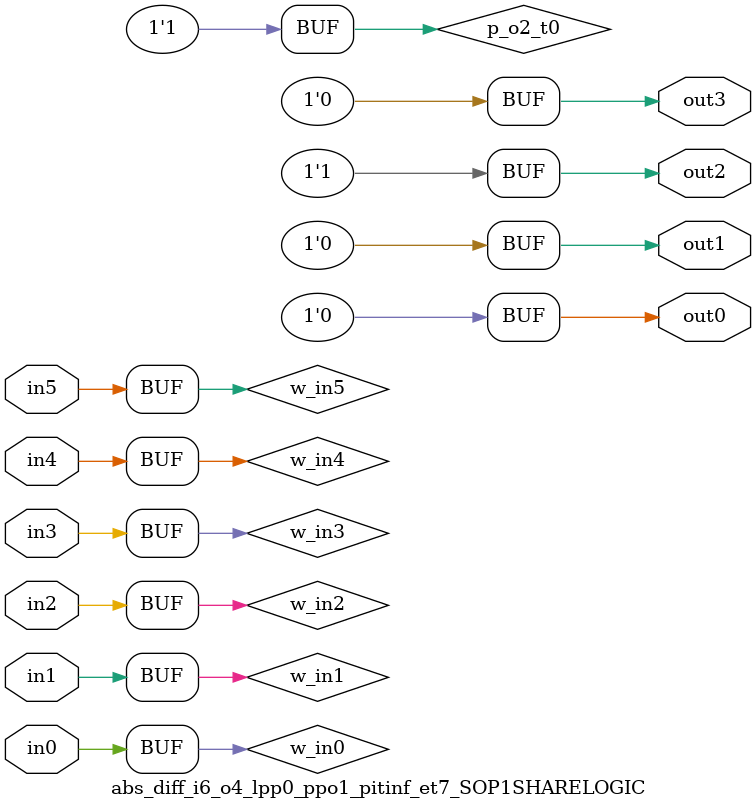
<source format=v>
module abs_diff_i6_o4_lpp0_ppo1_pitinf_et7_SOP1SHARELOGIC (in0, in1, in2, in3, in4, in5, out0, out1, out2, out3);
// declaring inputs
input in0,  in1,  in2,  in3,  in4,  in5;
// declaring outputs
output out0,  out1,  out2,  out3;
// JSON model input
wire w_in5, w_in4, w_in3, w_in2, w_in1, w_in0;
// JSON model output
wire w_g31, w_g58, w_g66;
//json model
wire p_o0_t0, p_o1_t0, p_o2_t0, p_o3_t0;
// JSON model input assign
assign w_in5 = in5;
assign w_in4 = in4;
assign w_in3 = in3;
assign w_in2 = in2;
assign w_in1 = in1;
assign w_in0 = in0;
//json model assigns (approximated/XPATed part)
assign out0 = 0;
assign out1 = 0;
assign p_o2_t0 = 1;
assign out2 = p_o2_t0;
assign out3 = 0;
endmodule
</source>
